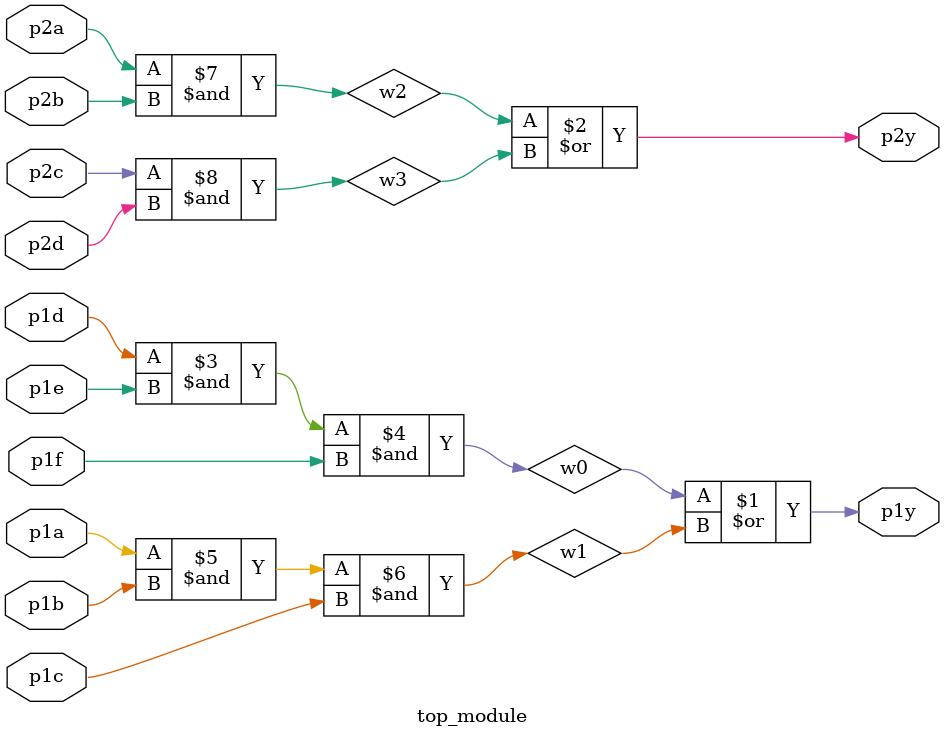
<source format=v>
module top_module ( 
    input p1a, p1b, p1c, p1d, p1e, p1f,
    output p1y,
    input p2a, p2b, p2c, p2d,
    output p2y 
);
    wire w0,w1,w2,w3;
    assign p1y = w0|w1;
    assign p2y = w2|w3;
    assign w0 = p1d & p1e & p1f;
    assign w1 = p1a & p1b & p1c;
    assign w2 = p2a & p2b;
    assign w3 = p2c & p2d;
endmodule

</source>
